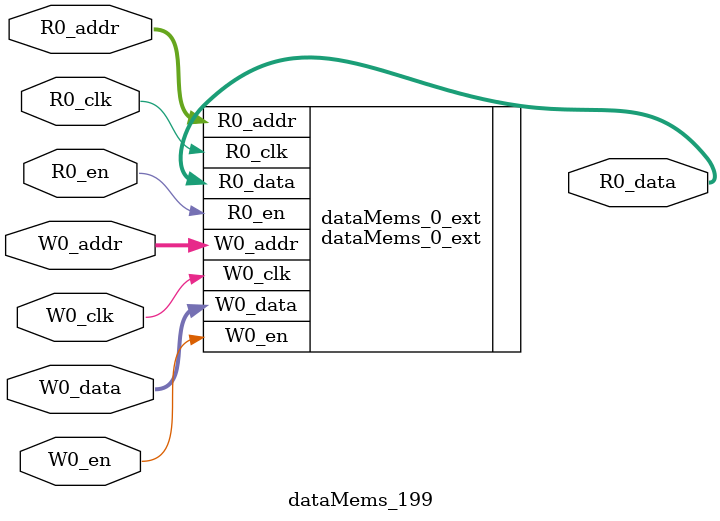
<source format=sv>
`ifndef RANDOMIZE
  `ifdef RANDOMIZE_REG_INIT
    `define RANDOMIZE
  `endif // RANDOMIZE_REG_INIT
`endif // not def RANDOMIZE
`ifndef RANDOMIZE
  `ifdef RANDOMIZE_MEM_INIT
    `define RANDOMIZE
  `endif // RANDOMIZE_MEM_INIT
`endif // not def RANDOMIZE

`ifndef RANDOM
  `define RANDOM $random
`endif // not def RANDOM

// Users can define 'PRINTF_COND' to add an extra gate to prints.
`ifndef PRINTF_COND_
  `ifdef PRINTF_COND
    `define PRINTF_COND_ (`PRINTF_COND)
  `else  // PRINTF_COND
    `define PRINTF_COND_ 1
  `endif // PRINTF_COND
`endif // not def PRINTF_COND_

// Users can define 'ASSERT_VERBOSE_COND' to add an extra gate to assert error printing.
`ifndef ASSERT_VERBOSE_COND_
  `ifdef ASSERT_VERBOSE_COND
    `define ASSERT_VERBOSE_COND_ (`ASSERT_VERBOSE_COND)
  `else  // ASSERT_VERBOSE_COND
    `define ASSERT_VERBOSE_COND_ 1
  `endif // ASSERT_VERBOSE_COND
`endif // not def ASSERT_VERBOSE_COND_

// Users can define 'STOP_COND' to add an extra gate to stop conditions.
`ifndef STOP_COND_
  `ifdef STOP_COND
    `define STOP_COND_ (`STOP_COND)
  `else  // STOP_COND
    `define STOP_COND_ 1
  `endif // STOP_COND
`endif // not def STOP_COND_

// Users can define INIT_RANDOM as general code that gets injected into the
// initializer block for modules with registers.
`ifndef INIT_RANDOM
  `define INIT_RANDOM
`endif // not def INIT_RANDOM

// If using random initialization, you can also define RANDOMIZE_DELAY to
// customize the delay used, otherwise 0.002 is used.
`ifndef RANDOMIZE_DELAY
  `define RANDOMIZE_DELAY 0.002
`endif // not def RANDOMIZE_DELAY

// Define INIT_RANDOM_PROLOG_ for use in our modules below.
`ifndef INIT_RANDOM_PROLOG_
  `ifdef RANDOMIZE
    `ifdef VERILATOR
      `define INIT_RANDOM_PROLOG_ `INIT_RANDOM
    `else  // VERILATOR
      `define INIT_RANDOM_PROLOG_ `INIT_RANDOM #`RANDOMIZE_DELAY begin end
    `endif // VERILATOR
  `else  // RANDOMIZE
    `define INIT_RANDOM_PROLOG_
  `endif // RANDOMIZE
`endif // not def INIT_RANDOM_PROLOG_

// Include register initializers in init blocks unless synthesis is set
`ifndef SYNTHESIS
  `ifndef ENABLE_INITIAL_REG_
    `define ENABLE_INITIAL_REG_
  `endif // not def ENABLE_INITIAL_REG_
`endif // not def SYNTHESIS

// Include rmemory initializers in init blocks unless synthesis is set
`ifndef SYNTHESIS
  `ifndef ENABLE_INITIAL_MEM_
    `define ENABLE_INITIAL_MEM_
  `endif // not def ENABLE_INITIAL_MEM_
`endif // not def SYNTHESIS

module dataMems_199(	// @[generators/ara/src/main/scala/UnsafeAXI4ToTL.scala:365:62]
  input  [4:0]   R0_addr,
  input          R0_en,
  input          R0_clk,
  output [130:0] R0_data,
  input  [4:0]   W0_addr,
  input          W0_en,
  input          W0_clk,
  input  [130:0] W0_data
);

  dataMems_0_ext dataMems_0_ext (	// @[generators/ara/src/main/scala/UnsafeAXI4ToTL.scala:365:62]
    .R0_addr (R0_addr),
    .R0_en   (R0_en),
    .R0_clk  (R0_clk),
    .R0_data (R0_data),
    .W0_addr (W0_addr),
    .W0_en   (W0_en),
    .W0_clk  (W0_clk),
    .W0_data (W0_data)
  );
endmodule


</source>
